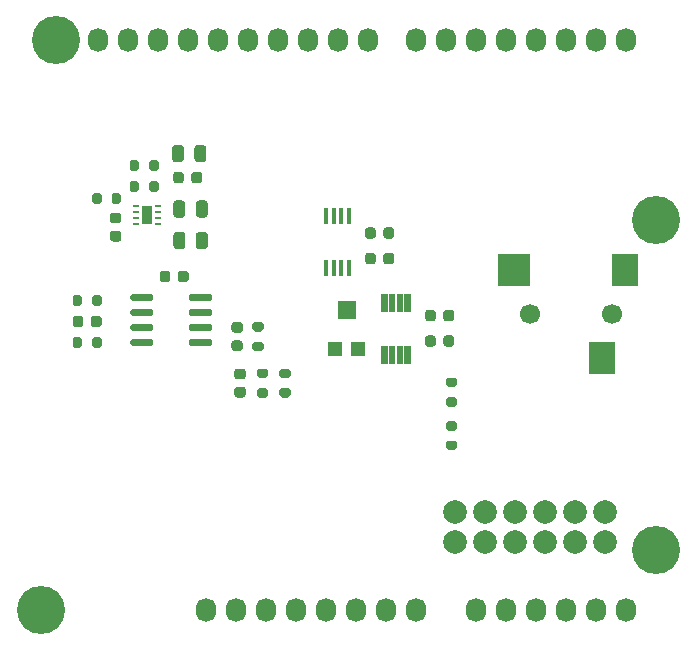
<source format=gbr>
G04 #@! TF.GenerationSoftware,KiCad,Pcbnew,(5.1.8)-1*
G04 #@! TF.CreationDate,2021-04-08T11:54:22-05:00*
G04 #@! TF.ProjectId,DEVLPR,4445564c-5052-42e6-9b69-6361645f7063,rev?*
G04 #@! TF.SameCoordinates,Original*
G04 #@! TF.FileFunction,Soldermask,Top*
G04 #@! TF.FilePolarity,Negative*
%FSLAX46Y46*%
G04 Gerber Fmt 4.6, Leading zero omitted, Abs format (unit mm)*
G04 Created by KiCad (PCBNEW (5.1.8)-1) date 2021-04-08 11:54:22*
%MOMM*%
%LPD*%
G01*
G04 APERTURE LIST*
%ADD10C,1.700000*%
%ADD11R,2.800000X2.800000*%
%ADD12R,2.200000X2.800000*%
%ADD13C,2.000000*%
%ADD14R,0.450000X1.450000*%
%ADD15R,0.500000X0.250000*%
%ADD16R,0.900000X1.600000*%
%ADD17R,1.200000X1.200000*%
%ADD18R,1.600000X1.500000*%
%ADD19O,1.727200X2.032000*%
%ADD20C,4.064000*%
G04 APERTURE END LIST*
G36*
G01*
X158425000Y-100842000D02*
X158425000Y-101342000D01*
G75*
G02*
X158200000Y-101567000I-225000J0D01*
G01*
X157750000Y-101567000D01*
G75*
G02*
X157525000Y-101342000I0J225000D01*
G01*
X157525000Y-100842000D01*
G75*
G02*
X157750000Y-100617000I225000J0D01*
G01*
X158200000Y-100617000D01*
G75*
G02*
X158425000Y-100842000I0J-225000D01*
G01*
G37*
G36*
G01*
X159975000Y-100842000D02*
X159975000Y-101342000D01*
G75*
G02*
X159750000Y-101567000I-225000J0D01*
G01*
X159300000Y-101567000D01*
G75*
G02*
X159075000Y-101342000I0J225000D01*
G01*
X159075000Y-100842000D01*
G75*
G02*
X159300000Y-100617000I225000J0D01*
G01*
X159750000Y-100617000D01*
G75*
G02*
X159975000Y-100842000I0J-225000D01*
G01*
G37*
D10*
X166366000Y-98806000D03*
X173366000Y-98806000D03*
D11*
X165066000Y-95106000D03*
D12*
X174466000Y-95106000D03*
X172466000Y-102506000D03*
D13*
X172720000Y-118110000D03*
X170180000Y-118110000D03*
X167640000Y-118110000D03*
X165100000Y-118110000D03*
X162560000Y-118110000D03*
X160020000Y-118110000D03*
X160020000Y-115570000D03*
X162560000Y-115570000D03*
X165100000Y-115570000D03*
X167640000Y-115570000D03*
X170180000Y-115570000D03*
X172720000Y-115570000D03*
G36*
G01*
X137517000Y-97559000D02*
X137517000Y-97259000D01*
G75*
G02*
X137667000Y-97109000I150000J0D01*
G01*
X139317000Y-97109000D01*
G75*
G02*
X139467000Y-97259000I0J-150000D01*
G01*
X139467000Y-97559000D01*
G75*
G02*
X139317000Y-97709000I-150000J0D01*
G01*
X137667000Y-97709000D01*
G75*
G02*
X137517000Y-97559000I0J150000D01*
G01*
G37*
G36*
G01*
X137517000Y-98829000D02*
X137517000Y-98529000D01*
G75*
G02*
X137667000Y-98379000I150000J0D01*
G01*
X139317000Y-98379000D01*
G75*
G02*
X139467000Y-98529000I0J-150000D01*
G01*
X139467000Y-98829000D01*
G75*
G02*
X139317000Y-98979000I-150000J0D01*
G01*
X137667000Y-98979000D01*
G75*
G02*
X137517000Y-98829000I0J150000D01*
G01*
G37*
G36*
G01*
X137517000Y-100099000D02*
X137517000Y-99799000D01*
G75*
G02*
X137667000Y-99649000I150000J0D01*
G01*
X139317000Y-99649000D01*
G75*
G02*
X139467000Y-99799000I0J-150000D01*
G01*
X139467000Y-100099000D01*
G75*
G02*
X139317000Y-100249000I-150000J0D01*
G01*
X137667000Y-100249000D01*
G75*
G02*
X137517000Y-100099000I0J150000D01*
G01*
G37*
G36*
G01*
X137517000Y-101369000D02*
X137517000Y-101069000D01*
G75*
G02*
X137667000Y-100919000I150000J0D01*
G01*
X139317000Y-100919000D01*
G75*
G02*
X139467000Y-101069000I0J-150000D01*
G01*
X139467000Y-101369000D01*
G75*
G02*
X139317000Y-101519000I-150000J0D01*
G01*
X137667000Y-101519000D01*
G75*
G02*
X137517000Y-101369000I0J150000D01*
G01*
G37*
G36*
G01*
X132567000Y-101369000D02*
X132567000Y-101069000D01*
G75*
G02*
X132717000Y-100919000I150000J0D01*
G01*
X134367000Y-100919000D01*
G75*
G02*
X134517000Y-101069000I0J-150000D01*
G01*
X134517000Y-101369000D01*
G75*
G02*
X134367000Y-101519000I-150000J0D01*
G01*
X132717000Y-101519000D01*
G75*
G02*
X132567000Y-101369000I0J150000D01*
G01*
G37*
G36*
G01*
X132567000Y-100099000D02*
X132567000Y-99799000D01*
G75*
G02*
X132717000Y-99649000I150000J0D01*
G01*
X134367000Y-99649000D01*
G75*
G02*
X134517000Y-99799000I0J-150000D01*
G01*
X134517000Y-100099000D01*
G75*
G02*
X134367000Y-100249000I-150000J0D01*
G01*
X132717000Y-100249000D01*
G75*
G02*
X132567000Y-100099000I0J150000D01*
G01*
G37*
G36*
G01*
X132567000Y-98829000D02*
X132567000Y-98529000D01*
G75*
G02*
X132717000Y-98379000I150000J0D01*
G01*
X134367000Y-98379000D01*
G75*
G02*
X134517000Y-98529000I0J-150000D01*
G01*
X134517000Y-98829000D01*
G75*
G02*
X134367000Y-98979000I-150000J0D01*
G01*
X132717000Y-98979000D01*
G75*
G02*
X132567000Y-98829000I0J150000D01*
G01*
G37*
G36*
G01*
X132567000Y-97559000D02*
X132567000Y-97259000D01*
G75*
G02*
X132717000Y-97109000I150000J0D01*
G01*
X134367000Y-97109000D01*
G75*
G02*
X134517000Y-97259000I0J-150000D01*
G01*
X134517000Y-97559000D01*
G75*
G02*
X134367000Y-97709000I-150000J0D01*
G01*
X132717000Y-97709000D01*
G75*
G02*
X132567000Y-97559000I0J150000D01*
G01*
G37*
G36*
G01*
X153817000Y-98601000D02*
X153817000Y-97151000D01*
G75*
G02*
X153867000Y-97101000I50000J0D01*
G01*
X154317000Y-97101000D01*
G75*
G02*
X154367000Y-97151000I0J-50000D01*
G01*
X154367000Y-98601000D01*
G75*
G02*
X154317000Y-98651000I-50000J0D01*
G01*
X153867000Y-98651000D01*
G75*
G02*
X153817000Y-98601000I0J50000D01*
G01*
G37*
G36*
G01*
X154467000Y-98601000D02*
X154467000Y-97151000D01*
G75*
G02*
X154517000Y-97101000I50000J0D01*
G01*
X154967000Y-97101000D01*
G75*
G02*
X155017000Y-97151000I0J-50000D01*
G01*
X155017000Y-98601000D01*
G75*
G02*
X154967000Y-98651000I-50000J0D01*
G01*
X154517000Y-98651000D01*
G75*
G02*
X154467000Y-98601000I0J50000D01*
G01*
G37*
G36*
G01*
X155117000Y-98601000D02*
X155117000Y-97151000D01*
G75*
G02*
X155167000Y-97101000I50000J0D01*
G01*
X155617000Y-97101000D01*
G75*
G02*
X155667000Y-97151000I0J-50000D01*
G01*
X155667000Y-98601000D01*
G75*
G02*
X155617000Y-98651000I-50000J0D01*
G01*
X155167000Y-98651000D01*
G75*
G02*
X155117000Y-98601000I0J50000D01*
G01*
G37*
G36*
G01*
X155767000Y-98601000D02*
X155767000Y-97151000D01*
G75*
G02*
X155817000Y-97101000I50000J0D01*
G01*
X156267000Y-97101000D01*
G75*
G02*
X156317000Y-97151000I0J-50000D01*
G01*
X156317000Y-98601000D01*
G75*
G02*
X156267000Y-98651000I-50000J0D01*
G01*
X155817000Y-98651000D01*
G75*
G02*
X155767000Y-98601000I0J50000D01*
G01*
G37*
G36*
G01*
X155767000Y-103001000D02*
X155767000Y-101551000D01*
G75*
G02*
X155817000Y-101501000I50000J0D01*
G01*
X156267000Y-101501000D01*
G75*
G02*
X156317000Y-101551000I0J-50000D01*
G01*
X156317000Y-103001000D01*
G75*
G02*
X156267000Y-103051000I-50000J0D01*
G01*
X155817000Y-103051000D01*
G75*
G02*
X155767000Y-103001000I0J50000D01*
G01*
G37*
G36*
G01*
X155117000Y-103001000D02*
X155117000Y-101551000D01*
G75*
G02*
X155167000Y-101501000I50000J0D01*
G01*
X155617000Y-101501000D01*
G75*
G02*
X155667000Y-101551000I0J-50000D01*
G01*
X155667000Y-103001000D01*
G75*
G02*
X155617000Y-103051000I-50000J0D01*
G01*
X155167000Y-103051000D01*
G75*
G02*
X155117000Y-103001000I0J50000D01*
G01*
G37*
G36*
G01*
X154467000Y-103001000D02*
X154467000Y-101551000D01*
G75*
G02*
X154517000Y-101501000I50000J0D01*
G01*
X154967000Y-101501000D01*
G75*
G02*
X155017000Y-101551000I0J-50000D01*
G01*
X155017000Y-103001000D01*
G75*
G02*
X154967000Y-103051000I-50000J0D01*
G01*
X154517000Y-103051000D01*
G75*
G02*
X154467000Y-103001000I0J50000D01*
G01*
G37*
G36*
G01*
X153817000Y-103001000D02*
X153817000Y-101551000D01*
G75*
G02*
X153867000Y-101501000I50000J0D01*
G01*
X154317000Y-101501000D01*
G75*
G02*
X154367000Y-101551000I0J-50000D01*
G01*
X154367000Y-103001000D01*
G75*
G02*
X154317000Y-103051000I-50000J0D01*
G01*
X153867000Y-103051000D01*
G75*
G02*
X153817000Y-103001000I0J50000D01*
G01*
G37*
D14*
X149139000Y-90510000D03*
X149789000Y-90510000D03*
X150439000Y-90510000D03*
X151089000Y-90510000D03*
X151089000Y-94910000D03*
X150439000Y-94910000D03*
X149789000Y-94910000D03*
X149139000Y-94910000D03*
D15*
X133035000Y-90174000D03*
X133035000Y-89674000D03*
X134935000Y-89674000D03*
X134935000Y-90674000D03*
X134935000Y-91174000D03*
D16*
X133985000Y-90424000D03*
D15*
X133035000Y-91174000D03*
X133035000Y-90674000D03*
X134935000Y-90174000D03*
G36*
G01*
X137091000Y-84742000D02*
X137091000Y-85692000D01*
G75*
G02*
X136841000Y-85942000I-250000J0D01*
G01*
X136341000Y-85942000D01*
G75*
G02*
X136091000Y-85692000I0J250000D01*
G01*
X136091000Y-84742000D01*
G75*
G02*
X136341000Y-84492000I250000J0D01*
G01*
X136841000Y-84492000D01*
G75*
G02*
X137091000Y-84742000I0J-250000D01*
G01*
G37*
G36*
G01*
X138991000Y-84742000D02*
X138991000Y-85692000D01*
G75*
G02*
X138741000Y-85942000I-250000J0D01*
G01*
X138241000Y-85942000D01*
G75*
G02*
X137991000Y-85692000I0J250000D01*
G01*
X137991000Y-84742000D01*
G75*
G02*
X138241000Y-84492000I250000J0D01*
G01*
X138741000Y-84492000D01*
G75*
G02*
X138991000Y-84742000I0J-250000D01*
G01*
G37*
G36*
G01*
X138118000Y-90391000D02*
X138118000Y-89441000D01*
G75*
G02*
X138368000Y-89191000I250000J0D01*
G01*
X138868000Y-89191000D01*
G75*
G02*
X139118000Y-89441000I0J-250000D01*
G01*
X139118000Y-90391000D01*
G75*
G02*
X138868000Y-90641000I-250000J0D01*
G01*
X138368000Y-90641000D01*
G75*
G02*
X138118000Y-90391000I0J250000D01*
G01*
G37*
G36*
G01*
X136218000Y-90391000D02*
X136218000Y-89441000D01*
G75*
G02*
X136468000Y-89191000I250000J0D01*
G01*
X136968000Y-89191000D01*
G75*
G02*
X137218000Y-89441000I0J-250000D01*
G01*
X137218000Y-90391000D01*
G75*
G02*
X136968000Y-90641000I-250000J0D01*
G01*
X136468000Y-90641000D01*
G75*
G02*
X136218000Y-90391000I0J250000D01*
G01*
G37*
G36*
G01*
X138118000Y-93058000D02*
X138118000Y-92108000D01*
G75*
G02*
X138368000Y-91858000I250000J0D01*
G01*
X138868000Y-91858000D01*
G75*
G02*
X139118000Y-92108000I0J-250000D01*
G01*
X139118000Y-93058000D01*
G75*
G02*
X138868000Y-93308000I-250000J0D01*
G01*
X138368000Y-93308000D01*
G75*
G02*
X138118000Y-93058000I0J250000D01*
G01*
G37*
G36*
G01*
X136218000Y-93058000D02*
X136218000Y-92108000D01*
G75*
G02*
X136468000Y-91858000I250000J0D01*
G01*
X136968000Y-91858000D01*
G75*
G02*
X137218000Y-92108000I0J-250000D01*
G01*
X137218000Y-93058000D01*
G75*
G02*
X136968000Y-93308000I-250000J0D01*
G01*
X136468000Y-93308000D01*
G75*
G02*
X136218000Y-93058000I0J250000D01*
G01*
G37*
G36*
G01*
X160041000Y-108668000D02*
X159491000Y-108668000D01*
G75*
G02*
X159291000Y-108468000I0J200000D01*
G01*
X159291000Y-108068000D01*
G75*
G02*
X159491000Y-107868000I200000J0D01*
G01*
X160041000Y-107868000D01*
G75*
G02*
X160241000Y-108068000I0J-200000D01*
G01*
X160241000Y-108468000D01*
G75*
G02*
X160041000Y-108668000I-200000J0D01*
G01*
G37*
G36*
G01*
X160041000Y-110318000D02*
X159491000Y-110318000D01*
G75*
G02*
X159291000Y-110118000I0J200000D01*
G01*
X159291000Y-109718000D01*
G75*
G02*
X159491000Y-109518000I200000J0D01*
G01*
X160041000Y-109518000D01*
G75*
G02*
X160241000Y-109718000I0J-200000D01*
G01*
X160241000Y-110118000D01*
G75*
G02*
X160041000Y-110318000I-200000J0D01*
G01*
G37*
G36*
G01*
X145944000Y-104223000D02*
X145394000Y-104223000D01*
G75*
G02*
X145194000Y-104023000I0J200000D01*
G01*
X145194000Y-103623000D01*
G75*
G02*
X145394000Y-103423000I200000J0D01*
G01*
X145944000Y-103423000D01*
G75*
G02*
X146144000Y-103623000I0J-200000D01*
G01*
X146144000Y-104023000D01*
G75*
G02*
X145944000Y-104223000I-200000J0D01*
G01*
G37*
G36*
G01*
X145944000Y-105873000D02*
X145394000Y-105873000D01*
G75*
G02*
X145194000Y-105673000I0J200000D01*
G01*
X145194000Y-105273000D01*
G75*
G02*
X145394000Y-105073000I200000J0D01*
G01*
X145944000Y-105073000D01*
G75*
G02*
X146144000Y-105273000I0J-200000D01*
G01*
X146144000Y-105673000D01*
G75*
G02*
X145944000Y-105873000I-200000J0D01*
G01*
G37*
G36*
G01*
X143489000Y-105073000D02*
X144039000Y-105073000D01*
G75*
G02*
X144239000Y-105273000I0J-200000D01*
G01*
X144239000Y-105673000D01*
G75*
G02*
X144039000Y-105873000I-200000J0D01*
G01*
X143489000Y-105873000D01*
G75*
G02*
X143289000Y-105673000I0J200000D01*
G01*
X143289000Y-105273000D01*
G75*
G02*
X143489000Y-105073000I200000J0D01*
G01*
G37*
G36*
G01*
X143489000Y-103423000D02*
X144039000Y-103423000D01*
G75*
G02*
X144239000Y-103623000I0J-200000D01*
G01*
X144239000Y-104023000D01*
G75*
G02*
X144039000Y-104223000I-200000J0D01*
G01*
X143489000Y-104223000D01*
G75*
G02*
X143289000Y-104023000I0J200000D01*
G01*
X143289000Y-103623000D01*
G75*
G02*
X143489000Y-103423000I200000J0D01*
G01*
G37*
G36*
G01*
X128480000Y-100944000D02*
X128480000Y-101494000D01*
G75*
G02*
X128280000Y-101694000I-200000J0D01*
G01*
X127880000Y-101694000D01*
G75*
G02*
X127680000Y-101494000I0J200000D01*
G01*
X127680000Y-100944000D01*
G75*
G02*
X127880000Y-100744000I200000J0D01*
G01*
X128280000Y-100744000D01*
G75*
G02*
X128480000Y-100944000I0J-200000D01*
G01*
G37*
G36*
G01*
X130130000Y-100944000D02*
X130130000Y-101494000D01*
G75*
G02*
X129930000Y-101694000I-200000J0D01*
G01*
X129530000Y-101694000D01*
G75*
G02*
X129330000Y-101494000I0J200000D01*
G01*
X129330000Y-100944000D01*
G75*
G02*
X129530000Y-100744000I200000J0D01*
G01*
X129930000Y-100744000D01*
G75*
G02*
X130130000Y-100944000I0J-200000D01*
G01*
G37*
G36*
G01*
X160041000Y-104985000D02*
X159491000Y-104985000D01*
G75*
G02*
X159291000Y-104785000I0J200000D01*
G01*
X159291000Y-104385000D01*
G75*
G02*
X159491000Y-104185000I200000J0D01*
G01*
X160041000Y-104185000D01*
G75*
G02*
X160241000Y-104385000I0J-200000D01*
G01*
X160241000Y-104785000D01*
G75*
G02*
X160041000Y-104985000I-200000J0D01*
G01*
G37*
G36*
G01*
X160041000Y-106635000D02*
X159491000Y-106635000D01*
G75*
G02*
X159291000Y-106435000I0J200000D01*
G01*
X159291000Y-106035000D01*
G75*
G02*
X159491000Y-105835000I200000J0D01*
G01*
X160041000Y-105835000D01*
G75*
G02*
X160241000Y-106035000I0J-200000D01*
G01*
X160241000Y-106435000D01*
G75*
G02*
X160041000Y-106635000I-200000J0D01*
G01*
G37*
G36*
G01*
X128480000Y-97388000D02*
X128480000Y-97938000D01*
G75*
G02*
X128280000Y-98138000I-200000J0D01*
G01*
X127880000Y-98138000D01*
G75*
G02*
X127680000Y-97938000I0J200000D01*
G01*
X127680000Y-97388000D01*
G75*
G02*
X127880000Y-97188000I200000J0D01*
G01*
X128280000Y-97188000D01*
G75*
G02*
X128480000Y-97388000I0J-200000D01*
G01*
G37*
G36*
G01*
X130130000Y-97388000D02*
X130130000Y-97938000D01*
G75*
G02*
X129930000Y-98138000I-200000J0D01*
G01*
X129530000Y-98138000D01*
G75*
G02*
X129330000Y-97938000I0J200000D01*
G01*
X129330000Y-97388000D01*
G75*
G02*
X129530000Y-97188000I200000J0D01*
G01*
X129930000Y-97188000D01*
G75*
G02*
X130130000Y-97388000I0J-200000D01*
G01*
G37*
G36*
G01*
X134156000Y-88286000D02*
X134156000Y-87736000D01*
G75*
G02*
X134356000Y-87536000I200000J0D01*
G01*
X134756000Y-87536000D01*
G75*
G02*
X134956000Y-87736000I0J-200000D01*
G01*
X134956000Y-88286000D01*
G75*
G02*
X134756000Y-88486000I-200000J0D01*
G01*
X134356000Y-88486000D01*
G75*
G02*
X134156000Y-88286000I0J200000D01*
G01*
G37*
G36*
G01*
X132506000Y-88286000D02*
X132506000Y-87736000D01*
G75*
G02*
X132706000Y-87536000I200000J0D01*
G01*
X133106000Y-87536000D01*
G75*
G02*
X133306000Y-87736000I0J-200000D01*
G01*
X133306000Y-88286000D01*
G75*
G02*
X133106000Y-88486000I-200000J0D01*
G01*
X132706000Y-88486000D01*
G75*
G02*
X132506000Y-88286000I0J200000D01*
G01*
G37*
G36*
G01*
X133306000Y-85958000D02*
X133306000Y-86508000D01*
G75*
G02*
X133106000Y-86708000I-200000J0D01*
G01*
X132706000Y-86708000D01*
G75*
G02*
X132506000Y-86508000I0J200000D01*
G01*
X132506000Y-85958000D01*
G75*
G02*
X132706000Y-85758000I200000J0D01*
G01*
X133106000Y-85758000D01*
G75*
G02*
X133306000Y-85958000I0J-200000D01*
G01*
G37*
G36*
G01*
X134956000Y-85958000D02*
X134956000Y-86508000D01*
G75*
G02*
X134756000Y-86708000I-200000J0D01*
G01*
X134356000Y-86708000D01*
G75*
G02*
X134156000Y-86508000I0J200000D01*
G01*
X134156000Y-85958000D01*
G75*
G02*
X134356000Y-85758000I200000J0D01*
G01*
X134756000Y-85758000D01*
G75*
G02*
X134956000Y-85958000I0J-200000D01*
G01*
G37*
G36*
G01*
X130131000Y-88752000D02*
X130131000Y-89302000D01*
G75*
G02*
X129931000Y-89502000I-200000J0D01*
G01*
X129531000Y-89502000D01*
G75*
G02*
X129331000Y-89302000I0J200000D01*
G01*
X129331000Y-88752000D01*
G75*
G02*
X129531000Y-88552000I200000J0D01*
G01*
X129931000Y-88552000D01*
G75*
G02*
X130131000Y-88752000I0J-200000D01*
G01*
G37*
G36*
G01*
X131781000Y-88752000D02*
X131781000Y-89302000D01*
G75*
G02*
X131581000Y-89502000I-200000J0D01*
G01*
X131181000Y-89502000D01*
G75*
G02*
X130981000Y-89302000I0J200000D01*
G01*
X130981000Y-88752000D01*
G75*
G02*
X131181000Y-88552000I200000J0D01*
G01*
X131581000Y-88552000D01*
G75*
G02*
X131781000Y-88752000I0J-200000D01*
G01*
G37*
G36*
G01*
X137739000Y-87499000D02*
X137739000Y-86999000D01*
G75*
G02*
X137964000Y-86774000I225000J0D01*
G01*
X138414000Y-86774000D01*
G75*
G02*
X138639000Y-86999000I0J-225000D01*
G01*
X138639000Y-87499000D01*
G75*
G02*
X138414000Y-87724000I-225000J0D01*
G01*
X137964000Y-87724000D01*
G75*
G02*
X137739000Y-87499000I0J225000D01*
G01*
G37*
G36*
G01*
X136189000Y-87499000D02*
X136189000Y-86999000D01*
G75*
G02*
X136414000Y-86774000I225000J0D01*
G01*
X136864000Y-86774000D01*
G75*
G02*
X137089000Y-86999000I0J-225000D01*
G01*
X137089000Y-87499000D01*
G75*
G02*
X136864000Y-87724000I-225000J0D01*
G01*
X136414000Y-87724000D01*
G75*
G02*
X136189000Y-87499000I0J225000D01*
G01*
G37*
G36*
G01*
X131068000Y-91765000D02*
X131568000Y-91765000D01*
G75*
G02*
X131793000Y-91990000I0J-225000D01*
G01*
X131793000Y-92440000D01*
G75*
G02*
X131568000Y-92665000I-225000J0D01*
G01*
X131068000Y-92665000D01*
G75*
G02*
X130843000Y-92440000I0J225000D01*
G01*
X130843000Y-91990000D01*
G75*
G02*
X131068000Y-91765000I225000J0D01*
G01*
G37*
G36*
G01*
X131068000Y-90215000D02*
X131568000Y-90215000D01*
G75*
G02*
X131793000Y-90440000I0J-225000D01*
G01*
X131793000Y-90890000D01*
G75*
G02*
X131568000Y-91115000I-225000J0D01*
G01*
X131068000Y-91115000D01*
G75*
G02*
X130843000Y-90890000I0J225000D01*
G01*
X130843000Y-90440000D01*
G75*
G02*
X131068000Y-90215000I225000J0D01*
G01*
G37*
G36*
G01*
X143108000Y-101136000D02*
X143658000Y-101136000D01*
G75*
G02*
X143858000Y-101336000I0J-200000D01*
G01*
X143858000Y-101736000D01*
G75*
G02*
X143658000Y-101936000I-200000J0D01*
G01*
X143108000Y-101936000D01*
G75*
G02*
X142908000Y-101736000I0J200000D01*
G01*
X142908000Y-101336000D01*
G75*
G02*
X143108000Y-101136000I200000J0D01*
G01*
G37*
G36*
G01*
X143108000Y-99486000D02*
X143658000Y-99486000D01*
G75*
G02*
X143858000Y-99686000I0J-200000D01*
G01*
X143858000Y-100086000D01*
G75*
G02*
X143658000Y-100286000I-200000J0D01*
G01*
X143108000Y-100286000D01*
G75*
G02*
X142908000Y-100086000I0J200000D01*
G01*
X142908000Y-99686000D01*
G75*
G02*
X143108000Y-99486000I200000J0D01*
G01*
G37*
D17*
X151876000Y-101749000D03*
X149876000Y-101749000D03*
D18*
X150876000Y-98499000D03*
G36*
G01*
X158425000Y-98683000D02*
X158425000Y-99183000D01*
G75*
G02*
X158200000Y-99408000I-225000J0D01*
G01*
X157750000Y-99408000D01*
G75*
G02*
X157525000Y-99183000I0J225000D01*
G01*
X157525000Y-98683000D01*
G75*
G02*
X157750000Y-98458000I225000J0D01*
G01*
X158200000Y-98458000D01*
G75*
G02*
X158425000Y-98683000I0J-225000D01*
G01*
G37*
G36*
G01*
X159975000Y-98683000D02*
X159975000Y-99183000D01*
G75*
G02*
X159750000Y-99408000I-225000J0D01*
G01*
X159300000Y-99408000D01*
G75*
G02*
X159075000Y-99183000I0J225000D01*
G01*
X159075000Y-98683000D01*
G75*
G02*
X159300000Y-98458000I225000J0D01*
G01*
X159750000Y-98458000D01*
G75*
G02*
X159975000Y-98683000I0J-225000D01*
G01*
G37*
G36*
G01*
X141355000Y-101036000D02*
X141855000Y-101036000D01*
G75*
G02*
X142080000Y-101261000I0J-225000D01*
G01*
X142080000Y-101711000D01*
G75*
G02*
X141855000Y-101936000I-225000J0D01*
G01*
X141355000Y-101936000D01*
G75*
G02*
X141130000Y-101711000I0J225000D01*
G01*
X141130000Y-101261000D01*
G75*
G02*
X141355000Y-101036000I225000J0D01*
G01*
G37*
G36*
G01*
X141355000Y-99486000D02*
X141855000Y-99486000D01*
G75*
G02*
X142080000Y-99711000I0J-225000D01*
G01*
X142080000Y-100161000D01*
G75*
G02*
X141855000Y-100386000I-225000J0D01*
G01*
X141355000Y-100386000D01*
G75*
G02*
X141130000Y-100161000I0J225000D01*
G01*
X141130000Y-99711000D01*
G75*
G02*
X141355000Y-99486000I225000J0D01*
G01*
G37*
G36*
G01*
X153345000Y-93857000D02*
X153345000Y-94357000D01*
G75*
G02*
X153120000Y-94582000I-225000J0D01*
G01*
X152670000Y-94582000D01*
G75*
G02*
X152445000Y-94357000I0J225000D01*
G01*
X152445000Y-93857000D01*
G75*
G02*
X152670000Y-93632000I225000J0D01*
G01*
X153120000Y-93632000D01*
G75*
G02*
X153345000Y-93857000I0J-225000D01*
G01*
G37*
G36*
G01*
X154895000Y-93857000D02*
X154895000Y-94357000D01*
G75*
G02*
X154670000Y-94582000I-225000J0D01*
G01*
X154220000Y-94582000D01*
G75*
G02*
X153995000Y-94357000I0J225000D01*
G01*
X153995000Y-93857000D01*
G75*
G02*
X154220000Y-93632000I225000J0D01*
G01*
X154670000Y-93632000D01*
G75*
G02*
X154895000Y-93857000I0J-225000D01*
G01*
G37*
G36*
G01*
X142109000Y-104323000D02*
X141609000Y-104323000D01*
G75*
G02*
X141384000Y-104098000I0J225000D01*
G01*
X141384000Y-103648000D01*
G75*
G02*
X141609000Y-103423000I225000J0D01*
G01*
X142109000Y-103423000D01*
G75*
G02*
X142334000Y-103648000I0J-225000D01*
G01*
X142334000Y-104098000D01*
G75*
G02*
X142109000Y-104323000I-225000J0D01*
G01*
G37*
G36*
G01*
X142109000Y-105873000D02*
X141609000Y-105873000D01*
G75*
G02*
X141384000Y-105648000I0J225000D01*
G01*
X141384000Y-105198000D01*
G75*
G02*
X141609000Y-104973000I225000J0D01*
G01*
X142109000Y-104973000D01*
G75*
G02*
X142334000Y-105198000I0J-225000D01*
G01*
X142334000Y-105648000D01*
G75*
G02*
X142109000Y-105873000I-225000J0D01*
G01*
G37*
G36*
G01*
X136596000Y-95881000D02*
X136596000Y-95381000D01*
G75*
G02*
X136821000Y-95156000I225000J0D01*
G01*
X137271000Y-95156000D01*
G75*
G02*
X137496000Y-95381000I0J-225000D01*
G01*
X137496000Y-95881000D01*
G75*
G02*
X137271000Y-96106000I-225000J0D01*
G01*
X136821000Y-96106000D01*
G75*
G02*
X136596000Y-95881000I0J225000D01*
G01*
G37*
G36*
G01*
X135046000Y-95881000D02*
X135046000Y-95381000D01*
G75*
G02*
X135271000Y-95156000I225000J0D01*
G01*
X135721000Y-95156000D01*
G75*
G02*
X135946000Y-95381000I0J-225000D01*
G01*
X135946000Y-95881000D01*
G75*
G02*
X135721000Y-96106000I-225000J0D01*
G01*
X135271000Y-96106000D01*
G75*
G02*
X135046000Y-95881000I0J225000D01*
G01*
G37*
G36*
G01*
X129230000Y-99691000D02*
X129230000Y-99191000D01*
G75*
G02*
X129455000Y-98966000I225000J0D01*
G01*
X129905000Y-98966000D01*
G75*
G02*
X130130000Y-99191000I0J-225000D01*
G01*
X130130000Y-99691000D01*
G75*
G02*
X129905000Y-99916000I-225000J0D01*
G01*
X129455000Y-99916000D01*
G75*
G02*
X129230000Y-99691000I0J225000D01*
G01*
G37*
G36*
G01*
X127680000Y-99691000D02*
X127680000Y-99191000D01*
G75*
G02*
X127905000Y-98966000I225000J0D01*
G01*
X128355000Y-98966000D01*
G75*
G02*
X128580000Y-99191000I0J-225000D01*
G01*
X128580000Y-99691000D01*
G75*
G02*
X128355000Y-99916000I-225000J0D01*
G01*
X127905000Y-99916000D01*
G75*
G02*
X127680000Y-99691000I0J225000D01*
G01*
G37*
G36*
G01*
X153345000Y-91698000D02*
X153345000Y-92198000D01*
G75*
G02*
X153120000Y-92423000I-225000J0D01*
G01*
X152670000Y-92423000D01*
G75*
G02*
X152445000Y-92198000I0J225000D01*
G01*
X152445000Y-91698000D01*
G75*
G02*
X152670000Y-91473000I225000J0D01*
G01*
X153120000Y-91473000D01*
G75*
G02*
X153345000Y-91698000I0J-225000D01*
G01*
G37*
G36*
G01*
X154895000Y-91698000D02*
X154895000Y-92198000D01*
G75*
G02*
X154670000Y-92423000I-225000J0D01*
G01*
X154220000Y-92423000D01*
G75*
G02*
X153995000Y-92198000I0J225000D01*
G01*
X153995000Y-91698000D01*
G75*
G02*
X154220000Y-91473000I225000J0D01*
G01*
X154670000Y-91473000D01*
G75*
G02*
X154895000Y-91698000I0J-225000D01*
G01*
G37*
D19*
X138938000Y-123825000D03*
X141478000Y-123825000D03*
X144018000Y-123825000D03*
X146558000Y-123825000D03*
X149098000Y-123825000D03*
X151638000Y-123825000D03*
X154178000Y-123825000D03*
X156718000Y-123825000D03*
X161798000Y-123825000D03*
X164338000Y-123825000D03*
X166878000Y-123825000D03*
X169418000Y-123825000D03*
X171958000Y-123825000D03*
X174498000Y-123825000D03*
X129794000Y-75565000D03*
X132334000Y-75565000D03*
X134874000Y-75565000D03*
X137414000Y-75565000D03*
X139954000Y-75565000D03*
X142494000Y-75565000D03*
X145034000Y-75565000D03*
X147574000Y-75565000D03*
X150114000Y-75565000D03*
X152654000Y-75565000D03*
X156718000Y-75565000D03*
X159258000Y-75565000D03*
X161798000Y-75565000D03*
X164338000Y-75565000D03*
X166878000Y-75565000D03*
X169418000Y-75565000D03*
X171958000Y-75565000D03*
X174498000Y-75565000D03*
D20*
X124968000Y-123825000D03*
X177038000Y-118745000D03*
X126238000Y-75565000D03*
X177038000Y-90805000D03*
M02*

</source>
